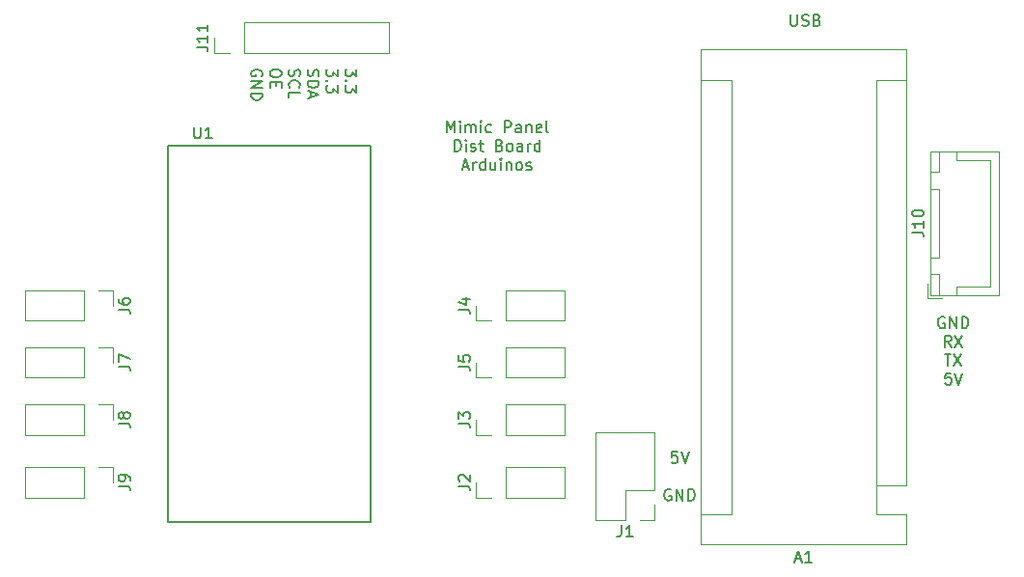
<source format=gbr>
G04 #@! TF.GenerationSoftware,KiCad,Pcbnew,5.1.10-88a1d61d58~90~ubuntu21.04.1*
G04 #@! TF.CreationDate,2021-10-08T15:30:08+02:00*
G04 #@! TF.ProjectId,BoardArduinos,426f6172-6441-4726-9475-696e6f732e6b,rev?*
G04 #@! TF.SameCoordinates,Original*
G04 #@! TF.FileFunction,Legend,Top*
G04 #@! TF.FilePolarity,Positive*
%FSLAX46Y46*%
G04 Gerber Fmt 4.6, Leading zero omitted, Abs format (unit mm)*
G04 Created by KiCad (PCBNEW 5.1.10-88a1d61d58~90~ubuntu21.04.1) date 2021-10-08 15:30:08*
%MOMM*%
%LPD*%
G01*
G04 APERTURE LIST*
%ADD10C,0.150000*%
%ADD11C,0.120000*%
%ADD12C,0.127000*%
%ADD13O,1.950000X1.700000*%
%ADD14C,1.879600*%
%ADD15O,1.700000X1.700000*%
%ADD16R,1.700000X1.700000*%
%ADD17O,1.600000X1.600000*%
%ADD18R,1.600000X1.600000*%
G04 APERTURE END LIST*
D10*
X123619047Y-52802380D02*
X123619047Y-51802380D01*
X123952380Y-52516666D01*
X124285714Y-51802380D01*
X124285714Y-52802380D01*
X124761904Y-52802380D02*
X124761904Y-52135714D01*
X124761904Y-51802380D02*
X124714285Y-51850000D01*
X124761904Y-51897619D01*
X124809523Y-51850000D01*
X124761904Y-51802380D01*
X124761904Y-51897619D01*
X125238095Y-52802380D02*
X125238095Y-52135714D01*
X125238095Y-52230952D02*
X125285714Y-52183333D01*
X125380952Y-52135714D01*
X125523809Y-52135714D01*
X125619047Y-52183333D01*
X125666666Y-52278571D01*
X125666666Y-52802380D01*
X125666666Y-52278571D02*
X125714285Y-52183333D01*
X125809523Y-52135714D01*
X125952380Y-52135714D01*
X126047619Y-52183333D01*
X126095238Y-52278571D01*
X126095238Y-52802380D01*
X126571428Y-52802380D02*
X126571428Y-52135714D01*
X126571428Y-51802380D02*
X126523809Y-51850000D01*
X126571428Y-51897619D01*
X126619047Y-51850000D01*
X126571428Y-51802380D01*
X126571428Y-51897619D01*
X127476190Y-52754761D02*
X127380952Y-52802380D01*
X127190476Y-52802380D01*
X127095238Y-52754761D01*
X127047619Y-52707142D01*
X127000000Y-52611904D01*
X127000000Y-52326190D01*
X127047619Y-52230952D01*
X127095238Y-52183333D01*
X127190476Y-52135714D01*
X127380952Y-52135714D01*
X127476190Y-52183333D01*
X128666666Y-52802380D02*
X128666666Y-51802380D01*
X129047619Y-51802380D01*
X129142857Y-51850000D01*
X129190476Y-51897619D01*
X129238095Y-51992857D01*
X129238095Y-52135714D01*
X129190476Y-52230952D01*
X129142857Y-52278571D01*
X129047619Y-52326190D01*
X128666666Y-52326190D01*
X130095238Y-52802380D02*
X130095238Y-52278571D01*
X130047619Y-52183333D01*
X129952380Y-52135714D01*
X129761904Y-52135714D01*
X129666666Y-52183333D01*
X130095238Y-52754761D02*
X130000000Y-52802380D01*
X129761904Y-52802380D01*
X129666666Y-52754761D01*
X129619047Y-52659523D01*
X129619047Y-52564285D01*
X129666666Y-52469047D01*
X129761904Y-52421428D01*
X130000000Y-52421428D01*
X130095238Y-52373809D01*
X130571428Y-52135714D02*
X130571428Y-52802380D01*
X130571428Y-52230952D02*
X130619047Y-52183333D01*
X130714285Y-52135714D01*
X130857142Y-52135714D01*
X130952380Y-52183333D01*
X131000000Y-52278571D01*
X131000000Y-52802380D01*
X131857142Y-52754761D02*
X131761904Y-52802380D01*
X131571428Y-52802380D01*
X131476190Y-52754761D01*
X131428571Y-52659523D01*
X131428571Y-52278571D01*
X131476190Y-52183333D01*
X131571428Y-52135714D01*
X131761904Y-52135714D01*
X131857142Y-52183333D01*
X131904761Y-52278571D01*
X131904761Y-52373809D01*
X131428571Y-52469047D01*
X132476190Y-52802380D02*
X132380952Y-52754761D01*
X132333333Y-52659523D01*
X132333333Y-51802380D01*
X124261904Y-54452380D02*
X124261904Y-53452380D01*
X124500000Y-53452380D01*
X124642857Y-53500000D01*
X124738095Y-53595238D01*
X124785714Y-53690476D01*
X124833333Y-53880952D01*
X124833333Y-54023809D01*
X124785714Y-54214285D01*
X124738095Y-54309523D01*
X124642857Y-54404761D01*
X124500000Y-54452380D01*
X124261904Y-54452380D01*
X125261904Y-54452380D02*
X125261904Y-53785714D01*
X125261904Y-53452380D02*
X125214285Y-53500000D01*
X125261904Y-53547619D01*
X125309523Y-53500000D01*
X125261904Y-53452380D01*
X125261904Y-53547619D01*
X125690476Y-54404761D02*
X125785714Y-54452380D01*
X125976190Y-54452380D01*
X126071428Y-54404761D01*
X126119047Y-54309523D01*
X126119047Y-54261904D01*
X126071428Y-54166666D01*
X125976190Y-54119047D01*
X125833333Y-54119047D01*
X125738095Y-54071428D01*
X125690476Y-53976190D01*
X125690476Y-53928571D01*
X125738095Y-53833333D01*
X125833333Y-53785714D01*
X125976190Y-53785714D01*
X126071428Y-53833333D01*
X126404761Y-53785714D02*
X126785714Y-53785714D01*
X126547619Y-53452380D02*
X126547619Y-54309523D01*
X126595238Y-54404761D01*
X126690476Y-54452380D01*
X126785714Y-54452380D01*
X128214285Y-53928571D02*
X128357142Y-53976190D01*
X128404761Y-54023809D01*
X128452380Y-54119047D01*
X128452380Y-54261904D01*
X128404761Y-54357142D01*
X128357142Y-54404761D01*
X128261904Y-54452380D01*
X127880952Y-54452380D01*
X127880952Y-53452380D01*
X128214285Y-53452380D01*
X128309523Y-53500000D01*
X128357142Y-53547619D01*
X128404761Y-53642857D01*
X128404761Y-53738095D01*
X128357142Y-53833333D01*
X128309523Y-53880952D01*
X128214285Y-53928571D01*
X127880952Y-53928571D01*
X129023809Y-54452380D02*
X128928571Y-54404761D01*
X128880952Y-54357142D01*
X128833333Y-54261904D01*
X128833333Y-53976190D01*
X128880952Y-53880952D01*
X128928571Y-53833333D01*
X129023809Y-53785714D01*
X129166666Y-53785714D01*
X129261904Y-53833333D01*
X129309523Y-53880952D01*
X129357142Y-53976190D01*
X129357142Y-54261904D01*
X129309523Y-54357142D01*
X129261904Y-54404761D01*
X129166666Y-54452380D01*
X129023809Y-54452380D01*
X130214285Y-54452380D02*
X130214285Y-53928571D01*
X130166666Y-53833333D01*
X130071428Y-53785714D01*
X129880952Y-53785714D01*
X129785714Y-53833333D01*
X130214285Y-54404761D02*
X130119047Y-54452380D01*
X129880952Y-54452380D01*
X129785714Y-54404761D01*
X129738095Y-54309523D01*
X129738095Y-54214285D01*
X129785714Y-54119047D01*
X129880952Y-54071428D01*
X130119047Y-54071428D01*
X130214285Y-54023809D01*
X130690476Y-54452380D02*
X130690476Y-53785714D01*
X130690476Y-53976190D02*
X130738095Y-53880952D01*
X130785714Y-53833333D01*
X130880952Y-53785714D01*
X130976190Y-53785714D01*
X131738095Y-54452380D02*
X131738095Y-53452380D01*
X131738095Y-54404761D02*
X131642857Y-54452380D01*
X131452380Y-54452380D01*
X131357142Y-54404761D01*
X131309523Y-54357142D01*
X131261904Y-54261904D01*
X131261904Y-53976190D01*
X131309523Y-53880952D01*
X131357142Y-53833333D01*
X131452380Y-53785714D01*
X131642857Y-53785714D01*
X131738095Y-53833333D01*
X125000000Y-55816666D02*
X125476190Y-55816666D01*
X124904761Y-56102380D02*
X125238095Y-55102380D01*
X125571428Y-56102380D01*
X125904761Y-56102380D02*
X125904761Y-55435714D01*
X125904761Y-55626190D02*
X125952380Y-55530952D01*
X126000000Y-55483333D01*
X126095238Y-55435714D01*
X126190476Y-55435714D01*
X126952380Y-56102380D02*
X126952380Y-55102380D01*
X126952380Y-56054761D02*
X126857142Y-56102380D01*
X126666666Y-56102380D01*
X126571428Y-56054761D01*
X126523809Y-56007142D01*
X126476190Y-55911904D01*
X126476190Y-55626190D01*
X126523809Y-55530952D01*
X126571428Y-55483333D01*
X126666666Y-55435714D01*
X126857142Y-55435714D01*
X126952380Y-55483333D01*
X127857142Y-55435714D02*
X127857142Y-56102380D01*
X127428571Y-55435714D02*
X127428571Y-55959523D01*
X127476190Y-56054761D01*
X127571428Y-56102380D01*
X127714285Y-56102380D01*
X127809523Y-56054761D01*
X127857142Y-56007142D01*
X128333333Y-56102380D02*
X128333333Y-55435714D01*
X128333333Y-55102380D02*
X128285714Y-55150000D01*
X128333333Y-55197619D01*
X128380952Y-55150000D01*
X128333333Y-55102380D01*
X128333333Y-55197619D01*
X128809523Y-55435714D02*
X128809523Y-56102380D01*
X128809523Y-55530952D02*
X128857142Y-55483333D01*
X128952380Y-55435714D01*
X129095238Y-55435714D01*
X129190476Y-55483333D01*
X129238095Y-55578571D01*
X129238095Y-56102380D01*
X129857142Y-56102380D02*
X129761904Y-56054761D01*
X129714285Y-56007142D01*
X129666666Y-55911904D01*
X129666666Y-55626190D01*
X129714285Y-55530952D01*
X129761904Y-55483333D01*
X129857142Y-55435714D01*
X130000000Y-55435714D01*
X130095238Y-55483333D01*
X130142857Y-55530952D01*
X130190476Y-55626190D01*
X130190476Y-55911904D01*
X130142857Y-56007142D01*
X130095238Y-56054761D01*
X130000000Y-56102380D01*
X129857142Y-56102380D01*
X130571428Y-56054761D02*
X130666666Y-56102380D01*
X130857142Y-56102380D01*
X130952380Y-56054761D01*
X131000000Y-55959523D01*
X131000000Y-55911904D01*
X130952380Y-55816666D01*
X130857142Y-55769047D01*
X130714285Y-55769047D01*
X130619047Y-55721428D01*
X130571428Y-55626190D01*
X130571428Y-55578571D01*
X130619047Y-55483333D01*
X130714285Y-55435714D01*
X130857142Y-55435714D01*
X130952380Y-55483333D01*
X115672619Y-47240357D02*
X115672619Y-47859404D01*
X115291666Y-47526071D01*
X115291666Y-47668928D01*
X115244047Y-47764166D01*
X115196428Y-47811785D01*
X115101190Y-47859404D01*
X114863095Y-47859404D01*
X114767857Y-47811785D01*
X114720238Y-47764166D01*
X114672619Y-47668928D01*
X114672619Y-47383214D01*
X114720238Y-47287976D01*
X114767857Y-47240357D01*
X114767857Y-48287976D02*
X114720238Y-48335595D01*
X114672619Y-48287976D01*
X114720238Y-48240357D01*
X114767857Y-48287976D01*
X114672619Y-48287976D01*
X115672619Y-48668928D02*
X115672619Y-49287976D01*
X115291666Y-48954642D01*
X115291666Y-49097500D01*
X115244047Y-49192738D01*
X115196428Y-49240357D01*
X115101190Y-49287976D01*
X114863095Y-49287976D01*
X114767857Y-49240357D01*
X114720238Y-49192738D01*
X114672619Y-49097500D01*
X114672619Y-48811785D01*
X114720238Y-48716547D01*
X114767857Y-48668928D01*
X114022619Y-47240357D02*
X114022619Y-47859404D01*
X113641666Y-47526071D01*
X113641666Y-47668928D01*
X113594047Y-47764166D01*
X113546428Y-47811785D01*
X113451190Y-47859404D01*
X113213095Y-47859404D01*
X113117857Y-47811785D01*
X113070238Y-47764166D01*
X113022619Y-47668928D01*
X113022619Y-47383214D01*
X113070238Y-47287976D01*
X113117857Y-47240357D01*
X113117857Y-48287976D02*
X113070238Y-48335595D01*
X113022619Y-48287976D01*
X113070238Y-48240357D01*
X113117857Y-48287976D01*
X113022619Y-48287976D01*
X114022619Y-48668928D02*
X114022619Y-49287976D01*
X113641666Y-48954642D01*
X113641666Y-49097500D01*
X113594047Y-49192738D01*
X113546428Y-49240357D01*
X113451190Y-49287976D01*
X113213095Y-49287976D01*
X113117857Y-49240357D01*
X113070238Y-49192738D01*
X113022619Y-49097500D01*
X113022619Y-48811785D01*
X113070238Y-48716547D01*
X113117857Y-48668928D01*
X111420238Y-47287976D02*
X111372619Y-47430833D01*
X111372619Y-47668928D01*
X111420238Y-47764166D01*
X111467857Y-47811785D01*
X111563095Y-47859404D01*
X111658333Y-47859404D01*
X111753571Y-47811785D01*
X111801190Y-47764166D01*
X111848809Y-47668928D01*
X111896428Y-47478452D01*
X111944047Y-47383214D01*
X111991666Y-47335595D01*
X112086904Y-47287976D01*
X112182142Y-47287976D01*
X112277380Y-47335595D01*
X112325000Y-47383214D01*
X112372619Y-47478452D01*
X112372619Y-47716547D01*
X112325000Y-47859404D01*
X111372619Y-48287976D02*
X112372619Y-48287976D01*
X112372619Y-48526071D01*
X112325000Y-48668928D01*
X112229761Y-48764166D01*
X112134523Y-48811785D01*
X111944047Y-48859404D01*
X111801190Y-48859404D01*
X111610714Y-48811785D01*
X111515476Y-48764166D01*
X111420238Y-48668928D01*
X111372619Y-48526071D01*
X111372619Y-48287976D01*
X111658333Y-49240357D02*
X111658333Y-49716547D01*
X111372619Y-49145119D02*
X112372619Y-49478452D01*
X111372619Y-49811785D01*
X109770238Y-47287976D02*
X109722619Y-47430833D01*
X109722619Y-47668928D01*
X109770238Y-47764166D01*
X109817857Y-47811785D01*
X109913095Y-47859404D01*
X110008333Y-47859404D01*
X110103571Y-47811785D01*
X110151190Y-47764166D01*
X110198809Y-47668928D01*
X110246428Y-47478452D01*
X110294047Y-47383214D01*
X110341666Y-47335595D01*
X110436904Y-47287976D01*
X110532142Y-47287976D01*
X110627380Y-47335595D01*
X110675000Y-47383214D01*
X110722619Y-47478452D01*
X110722619Y-47716547D01*
X110675000Y-47859404D01*
X109817857Y-48859404D02*
X109770238Y-48811785D01*
X109722619Y-48668928D01*
X109722619Y-48573690D01*
X109770238Y-48430833D01*
X109865476Y-48335595D01*
X109960714Y-48287976D01*
X110151190Y-48240357D01*
X110294047Y-48240357D01*
X110484523Y-48287976D01*
X110579761Y-48335595D01*
X110675000Y-48430833D01*
X110722619Y-48573690D01*
X110722619Y-48668928D01*
X110675000Y-48811785D01*
X110627380Y-48859404D01*
X109722619Y-49764166D02*
X109722619Y-49287976D01*
X110722619Y-49287976D01*
X109072619Y-47526071D02*
X109072619Y-47716547D01*
X109025000Y-47811785D01*
X108929761Y-47907023D01*
X108739285Y-47954642D01*
X108405952Y-47954642D01*
X108215476Y-47907023D01*
X108120238Y-47811785D01*
X108072619Y-47716547D01*
X108072619Y-47526071D01*
X108120238Y-47430833D01*
X108215476Y-47335595D01*
X108405952Y-47287976D01*
X108739285Y-47287976D01*
X108929761Y-47335595D01*
X109025000Y-47430833D01*
X109072619Y-47526071D01*
X108596428Y-48383214D02*
X108596428Y-48716547D01*
X108072619Y-48859404D02*
X108072619Y-48383214D01*
X109072619Y-48383214D01*
X109072619Y-48859404D01*
X107375000Y-47859404D02*
X107422619Y-47764166D01*
X107422619Y-47621309D01*
X107375000Y-47478452D01*
X107279761Y-47383214D01*
X107184523Y-47335595D01*
X106994047Y-47287976D01*
X106851190Y-47287976D01*
X106660714Y-47335595D01*
X106565476Y-47383214D01*
X106470238Y-47478452D01*
X106422619Y-47621309D01*
X106422619Y-47716547D01*
X106470238Y-47859404D01*
X106517857Y-47907023D01*
X106851190Y-47907023D01*
X106851190Y-47716547D01*
X106422619Y-48335595D02*
X107422619Y-48335595D01*
X106422619Y-48907023D01*
X107422619Y-48907023D01*
X106422619Y-49383214D02*
X107422619Y-49383214D01*
X107422619Y-49621309D01*
X107375000Y-49764166D01*
X107279761Y-49859404D01*
X107184523Y-49907023D01*
X106994047Y-49954642D01*
X106851190Y-49954642D01*
X106660714Y-49907023D01*
X106565476Y-49859404D01*
X106470238Y-49764166D01*
X106422619Y-49621309D01*
X106422619Y-49383214D01*
X143809523Y-80802380D02*
X143333333Y-80802380D01*
X143285714Y-81278571D01*
X143333333Y-81230952D01*
X143428571Y-81183333D01*
X143666666Y-81183333D01*
X143761904Y-81230952D01*
X143809523Y-81278571D01*
X143857142Y-81373809D01*
X143857142Y-81611904D01*
X143809523Y-81707142D01*
X143761904Y-81754761D01*
X143666666Y-81802380D01*
X143428571Y-81802380D01*
X143333333Y-81754761D01*
X143285714Y-81707142D01*
X144142857Y-80802380D02*
X144476190Y-81802380D01*
X144809523Y-80802380D01*
X143238095Y-84150000D02*
X143142857Y-84102380D01*
X143000000Y-84102380D01*
X142857142Y-84150000D01*
X142761904Y-84245238D01*
X142714285Y-84340476D01*
X142666666Y-84530952D01*
X142666666Y-84673809D01*
X142714285Y-84864285D01*
X142761904Y-84959523D01*
X142857142Y-85054761D01*
X143000000Y-85102380D01*
X143095238Y-85102380D01*
X143238095Y-85054761D01*
X143285714Y-85007142D01*
X143285714Y-84673809D01*
X143095238Y-84673809D01*
X143714285Y-85102380D02*
X143714285Y-84102380D01*
X144285714Y-85102380D01*
X144285714Y-84102380D01*
X144761904Y-85102380D02*
X144761904Y-84102380D01*
X145000000Y-84102380D01*
X145142857Y-84150000D01*
X145238095Y-84245238D01*
X145285714Y-84340476D01*
X145333333Y-84530952D01*
X145333333Y-84673809D01*
X145285714Y-84864285D01*
X145238095Y-84959523D01*
X145142857Y-85054761D01*
X145000000Y-85102380D01*
X144761904Y-85102380D01*
X153738095Y-42452380D02*
X153738095Y-43261904D01*
X153785714Y-43357142D01*
X153833333Y-43404761D01*
X153928571Y-43452380D01*
X154119047Y-43452380D01*
X154214285Y-43404761D01*
X154261904Y-43357142D01*
X154309523Y-43261904D01*
X154309523Y-42452380D01*
X154738095Y-43404761D02*
X154880952Y-43452380D01*
X155119047Y-43452380D01*
X155214285Y-43404761D01*
X155261904Y-43357142D01*
X155309523Y-43261904D01*
X155309523Y-43166666D01*
X155261904Y-43071428D01*
X155214285Y-43023809D01*
X155119047Y-42976190D01*
X154928571Y-42928571D01*
X154833333Y-42880952D01*
X154785714Y-42833333D01*
X154738095Y-42738095D01*
X154738095Y-42642857D01*
X154785714Y-42547619D01*
X154833333Y-42500000D01*
X154928571Y-42452380D01*
X155166666Y-42452380D01*
X155309523Y-42500000D01*
X156071428Y-42928571D02*
X156214285Y-42976190D01*
X156261904Y-43023809D01*
X156309523Y-43119047D01*
X156309523Y-43261904D01*
X156261904Y-43357142D01*
X156214285Y-43404761D01*
X156119047Y-43452380D01*
X155738095Y-43452380D01*
X155738095Y-42452380D01*
X156071428Y-42452380D01*
X156166666Y-42500000D01*
X156214285Y-42547619D01*
X156261904Y-42642857D01*
X156261904Y-42738095D01*
X156214285Y-42833333D01*
X156166666Y-42880952D01*
X156071428Y-42928571D01*
X155738095Y-42928571D01*
X167238095Y-69025000D02*
X167142857Y-68977380D01*
X167000000Y-68977380D01*
X166857142Y-69025000D01*
X166761904Y-69120238D01*
X166714285Y-69215476D01*
X166666666Y-69405952D01*
X166666666Y-69548809D01*
X166714285Y-69739285D01*
X166761904Y-69834523D01*
X166857142Y-69929761D01*
X167000000Y-69977380D01*
X167095238Y-69977380D01*
X167238095Y-69929761D01*
X167285714Y-69882142D01*
X167285714Y-69548809D01*
X167095238Y-69548809D01*
X167714285Y-69977380D02*
X167714285Y-68977380D01*
X168285714Y-69977380D01*
X168285714Y-68977380D01*
X168761904Y-69977380D02*
X168761904Y-68977380D01*
X169000000Y-68977380D01*
X169142857Y-69025000D01*
X169238095Y-69120238D01*
X169285714Y-69215476D01*
X169333333Y-69405952D01*
X169333333Y-69548809D01*
X169285714Y-69739285D01*
X169238095Y-69834523D01*
X169142857Y-69929761D01*
X169000000Y-69977380D01*
X168761904Y-69977380D01*
X167833333Y-71627380D02*
X167500000Y-71151190D01*
X167261904Y-71627380D02*
X167261904Y-70627380D01*
X167642857Y-70627380D01*
X167738095Y-70675000D01*
X167785714Y-70722619D01*
X167833333Y-70817857D01*
X167833333Y-70960714D01*
X167785714Y-71055952D01*
X167738095Y-71103571D01*
X167642857Y-71151190D01*
X167261904Y-71151190D01*
X168166666Y-70627380D02*
X168833333Y-71627380D01*
X168833333Y-70627380D02*
X168166666Y-71627380D01*
X167238095Y-72277380D02*
X167809523Y-72277380D01*
X167523809Y-73277380D02*
X167523809Y-72277380D01*
X168047619Y-72277380D02*
X168714285Y-73277380D01*
X168714285Y-72277380D02*
X168047619Y-73277380D01*
X167809523Y-73927380D02*
X167333333Y-73927380D01*
X167285714Y-74403571D01*
X167333333Y-74355952D01*
X167428571Y-74308333D01*
X167666666Y-74308333D01*
X167761904Y-74355952D01*
X167809523Y-74403571D01*
X167857142Y-74498809D01*
X167857142Y-74736904D01*
X167809523Y-74832142D01*
X167761904Y-74879761D01*
X167666666Y-74927380D01*
X167428571Y-74927380D01*
X167333333Y-74879761D01*
X167285714Y-74832142D01*
X168142857Y-73927380D02*
X168476190Y-74927380D01*
X168809523Y-73927380D01*
D11*
X165750000Y-67350000D02*
X167000000Y-67350000D01*
X165750000Y-66100000D02*
X165750000Y-67350000D01*
X171250000Y-55200000D02*
X171250000Y-60750000D01*
X168300000Y-55200000D02*
X171250000Y-55200000D01*
X168300000Y-54450000D02*
X168300000Y-55200000D01*
X171250000Y-66300000D02*
X171250000Y-60750000D01*
X168300000Y-66300000D02*
X171250000Y-66300000D01*
X168300000Y-67050000D02*
X168300000Y-66300000D01*
X166050000Y-54450000D02*
X166050000Y-56250000D01*
X166800000Y-54450000D02*
X166050000Y-54450000D01*
X166800000Y-56250000D02*
X166800000Y-54450000D01*
X166050000Y-56250000D02*
X166800000Y-56250000D01*
X166050000Y-65250000D02*
X166050000Y-67050000D01*
X166800000Y-65250000D02*
X166050000Y-65250000D01*
X166800000Y-67050000D02*
X166800000Y-65250000D01*
X166050000Y-67050000D02*
X166800000Y-67050000D01*
X166050000Y-57750000D02*
X166050000Y-63750000D01*
X166800000Y-57750000D02*
X166050000Y-57750000D01*
X166800000Y-63750000D02*
X166800000Y-57750000D01*
X166050000Y-63750000D02*
X166800000Y-63750000D01*
X166040000Y-54440000D02*
X166040000Y-67060000D01*
X172010000Y-54440000D02*
X166040000Y-54440000D01*
X172010000Y-67060000D02*
X172010000Y-54440000D01*
X166040000Y-67060000D02*
X172010000Y-67060000D01*
D12*
X99110000Y-53990000D02*
X99110000Y-87010000D01*
X99110000Y-87010000D02*
X116890000Y-87010000D01*
X116890000Y-87010000D02*
X116890000Y-53990000D01*
X116890000Y-53990000D02*
X99110000Y-53990000D01*
D11*
X118530000Y-45830000D02*
X118530000Y-43170000D01*
X105770000Y-45830000D02*
X118530000Y-45830000D01*
X105770000Y-43170000D02*
X118530000Y-43170000D01*
X105770000Y-45830000D02*
X105770000Y-43170000D01*
X104500000Y-45830000D02*
X103170000Y-45830000D01*
X103170000Y-45830000D02*
X103170000Y-44500000D01*
X86590000Y-82170000D02*
X86590000Y-84830000D01*
X91730000Y-82170000D02*
X86590000Y-82170000D01*
X91730000Y-84830000D02*
X86590000Y-84830000D01*
X91730000Y-82170000D02*
X91730000Y-84830000D01*
X93000000Y-82170000D02*
X94330000Y-82170000D01*
X94330000Y-82170000D02*
X94330000Y-83500000D01*
X86590000Y-76670000D02*
X86590000Y-79330000D01*
X91730000Y-76670000D02*
X86590000Y-76670000D01*
X91730000Y-79330000D02*
X86590000Y-79330000D01*
X91730000Y-76670000D02*
X91730000Y-79330000D01*
X93000000Y-76670000D02*
X94330000Y-76670000D01*
X94330000Y-76670000D02*
X94330000Y-78000000D01*
X86590000Y-71670000D02*
X86590000Y-74330000D01*
X91730000Y-71670000D02*
X86590000Y-71670000D01*
X91730000Y-74330000D02*
X86590000Y-74330000D01*
X91730000Y-71670000D02*
X91730000Y-74330000D01*
X93000000Y-71670000D02*
X94330000Y-71670000D01*
X94330000Y-71670000D02*
X94330000Y-73000000D01*
X86590000Y-66670000D02*
X86590000Y-69330000D01*
X91730000Y-66670000D02*
X86590000Y-66670000D01*
X91730000Y-69330000D02*
X86590000Y-69330000D01*
X91730000Y-66670000D02*
X91730000Y-69330000D01*
X93000000Y-66670000D02*
X94330000Y-66670000D01*
X94330000Y-66670000D02*
X94330000Y-68000000D01*
X133910000Y-74330000D02*
X133910000Y-71670000D01*
X128770000Y-74330000D02*
X133910000Y-74330000D01*
X128770000Y-71670000D02*
X133910000Y-71670000D01*
X128770000Y-74330000D02*
X128770000Y-71670000D01*
X127500000Y-74330000D02*
X126170000Y-74330000D01*
X126170000Y-74330000D02*
X126170000Y-73000000D01*
X133910000Y-69330000D02*
X133910000Y-66670000D01*
X128770000Y-69330000D02*
X133910000Y-69330000D01*
X128770000Y-66670000D02*
X133910000Y-66670000D01*
X128770000Y-69330000D02*
X128770000Y-66670000D01*
X127500000Y-69330000D02*
X126170000Y-69330000D01*
X126170000Y-69330000D02*
X126170000Y-68000000D01*
X133910000Y-79330000D02*
X133910000Y-76670000D01*
X128770000Y-79330000D02*
X133910000Y-79330000D01*
X128770000Y-76670000D02*
X133910000Y-76670000D01*
X128770000Y-79330000D02*
X128770000Y-76670000D01*
X127500000Y-79330000D02*
X126170000Y-79330000D01*
X126170000Y-79330000D02*
X126170000Y-78000000D01*
X133910000Y-84830000D02*
X133910000Y-82170000D01*
X128770000Y-84830000D02*
X133910000Y-84830000D01*
X128770000Y-82170000D02*
X133910000Y-82170000D01*
X128770000Y-84830000D02*
X128770000Y-82170000D01*
X127500000Y-84830000D02*
X126170000Y-84830000D01*
X126170000Y-84830000D02*
X126170000Y-83500000D01*
X141830000Y-79090000D02*
X136630000Y-79090000D01*
X141830000Y-84230000D02*
X141830000Y-79090000D01*
X136630000Y-86830000D02*
X136630000Y-79090000D01*
X141830000Y-84230000D02*
X139230000Y-84230000D01*
X139230000Y-84230000D02*
X139230000Y-86830000D01*
X139230000Y-86830000D02*
X136630000Y-86830000D01*
X141830000Y-85500000D02*
X141830000Y-86830000D01*
X141830000Y-86830000D02*
X140500000Y-86830000D01*
X161230000Y-83730000D02*
X161230000Y-86270000D01*
X161230000Y-86270000D02*
X163900000Y-86270000D01*
X163900000Y-83730000D02*
X163900000Y-45500000D01*
X163900000Y-88940000D02*
X163900000Y-86270000D01*
X148530000Y-86270000D02*
X145860000Y-86270000D01*
X148530000Y-86270000D02*
X148530000Y-48170000D01*
X148530000Y-48170000D02*
X145860000Y-48170000D01*
X161230000Y-83730000D02*
X163900000Y-83730000D01*
X161230000Y-83730000D02*
X161230000Y-48170000D01*
X161230000Y-48170000D02*
X163900000Y-48170000D01*
X163900000Y-45500000D02*
X145860000Y-45500000D01*
X145860000Y-45500000D02*
X145860000Y-88940000D01*
X145860000Y-88940000D02*
X163900000Y-88940000D01*
D10*
X164402380Y-61559523D02*
X165116666Y-61559523D01*
X165259523Y-61607142D01*
X165354761Y-61702380D01*
X165402380Y-61845238D01*
X165402380Y-61940476D01*
X165402380Y-60559523D02*
X165402380Y-61130952D01*
X165402380Y-60845238D02*
X164402380Y-60845238D01*
X164545238Y-60940476D01*
X164640476Y-61035714D01*
X164688095Y-61130952D01*
X164402380Y-59940476D02*
X164402380Y-59845238D01*
X164450000Y-59750000D01*
X164497619Y-59702380D01*
X164592857Y-59654761D01*
X164783333Y-59607142D01*
X165021428Y-59607142D01*
X165211904Y-59654761D01*
X165307142Y-59702380D01*
X165354761Y-59750000D01*
X165402380Y-59845238D01*
X165402380Y-59940476D01*
X165354761Y-60035714D01*
X165307142Y-60083333D01*
X165211904Y-60130952D01*
X165021428Y-60178571D01*
X164783333Y-60178571D01*
X164592857Y-60130952D01*
X164497619Y-60083333D01*
X164450000Y-60035714D01*
X164402380Y-59940476D01*
X101413095Y-52317380D02*
X101413095Y-53126904D01*
X101460714Y-53222142D01*
X101508333Y-53269761D01*
X101603571Y-53317380D01*
X101794047Y-53317380D01*
X101889285Y-53269761D01*
X101936904Y-53222142D01*
X101984523Y-53126904D01*
X101984523Y-52317380D01*
X102984523Y-53317380D02*
X102413095Y-53317380D01*
X102698809Y-53317380D02*
X102698809Y-52317380D01*
X102603571Y-52460238D01*
X102508333Y-52555476D01*
X102413095Y-52603095D01*
X101622380Y-45309523D02*
X102336666Y-45309523D01*
X102479523Y-45357142D01*
X102574761Y-45452380D01*
X102622380Y-45595238D01*
X102622380Y-45690476D01*
X102622380Y-44309523D02*
X102622380Y-44880952D01*
X102622380Y-44595238D02*
X101622380Y-44595238D01*
X101765238Y-44690476D01*
X101860476Y-44785714D01*
X101908095Y-44880952D01*
X102622380Y-43357142D02*
X102622380Y-43928571D01*
X102622380Y-43642857D02*
X101622380Y-43642857D01*
X101765238Y-43738095D01*
X101860476Y-43833333D01*
X101908095Y-43928571D01*
X94782380Y-83833333D02*
X95496666Y-83833333D01*
X95639523Y-83880952D01*
X95734761Y-83976190D01*
X95782380Y-84119047D01*
X95782380Y-84214285D01*
X95782380Y-83309523D02*
X95782380Y-83119047D01*
X95734761Y-83023809D01*
X95687142Y-82976190D01*
X95544285Y-82880952D01*
X95353809Y-82833333D01*
X94972857Y-82833333D01*
X94877619Y-82880952D01*
X94830000Y-82928571D01*
X94782380Y-83023809D01*
X94782380Y-83214285D01*
X94830000Y-83309523D01*
X94877619Y-83357142D01*
X94972857Y-83404761D01*
X95210952Y-83404761D01*
X95306190Y-83357142D01*
X95353809Y-83309523D01*
X95401428Y-83214285D01*
X95401428Y-83023809D01*
X95353809Y-82928571D01*
X95306190Y-82880952D01*
X95210952Y-82833333D01*
X94782380Y-78333333D02*
X95496666Y-78333333D01*
X95639523Y-78380952D01*
X95734761Y-78476190D01*
X95782380Y-78619047D01*
X95782380Y-78714285D01*
X95210952Y-77714285D02*
X95163333Y-77809523D01*
X95115714Y-77857142D01*
X95020476Y-77904761D01*
X94972857Y-77904761D01*
X94877619Y-77857142D01*
X94830000Y-77809523D01*
X94782380Y-77714285D01*
X94782380Y-77523809D01*
X94830000Y-77428571D01*
X94877619Y-77380952D01*
X94972857Y-77333333D01*
X95020476Y-77333333D01*
X95115714Y-77380952D01*
X95163333Y-77428571D01*
X95210952Y-77523809D01*
X95210952Y-77714285D01*
X95258571Y-77809523D01*
X95306190Y-77857142D01*
X95401428Y-77904761D01*
X95591904Y-77904761D01*
X95687142Y-77857142D01*
X95734761Y-77809523D01*
X95782380Y-77714285D01*
X95782380Y-77523809D01*
X95734761Y-77428571D01*
X95687142Y-77380952D01*
X95591904Y-77333333D01*
X95401428Y-77333333D01*
X95306190Y-77380952D01*
X95258571Y-77428571D01*
X95210952Y-77523809D01*
X94782380Y-73333333D02*
X95496666Y-73333333D01*
X95639523Y-73380952D01*
X95734761Y-73476190D01*
X95782380Y-73619047D01*
X95782380Y-73714285D01*
X94782380Y-72952380D02*
X94782380Y-72285714D01*
X95782380Y-72714285D01*
X94782380Y-68333333D02*
X95496666Y-68333333D01*
X95639523Y-68380952D01*
X95734761Y-68476190D01*
X95782380Y-68619047D01*
X95782380Y-68714285D01*
X94782380Y-67428571D02*
X94782380Y-67619047D01*
X94830000Y-67714285D01*
X94877619Y-67761904D01*
X95020476Y-67857142D01*
X95210952Y-67904761D01*
X95591904Y-67904761D01*
X95687142Y-67857142D01*
X95734761Y-67809523D01*
X95782380Y-67714285D01*
X95782380Y-67523809D01*
X95734761Y-67428571D01*
X95687142Y-67380952D01*
X95591904Y-67333333D01*
X95353809Y-67333333D01*
X95258571Y-67380952D01*
X95210952Y-67428571D01*
X95163333Y-67523809D01*
X95163333Y-67714285D01*
X95210952Y-67809523D01*
X95258571Y-67857142D01*
X95353809Y-67904761D01*
X124622380Y-73333333D02*
X125336666Y-73333333D01*
X125479523Y-73380952D01*
X125574761Y-73476190D01*
X125622380Y-73619047D01*
X125622380Y-73714285D01*
X124622380Y-72380952D02*
X124622380Y-72857142D01*
X125098571Y-72904761D01*
X125050952Y-72857142D01*
X125003333Y-72761904D01*
X125003333Y-72523809D01*
X125050952Y-72428571D01*
X125098571Y-72380952D01*
X125193809Y-72333333D01*
X125431904Y-72333333D01*
X125527142Y-72380952D01*
X125574761Y-72428571D01*
X125622380Y-72523809D01*
X125622380Y-72761904D01*
X125574761Y-72857142D01*
X125527142Y-72904761D01*
X124622380Y-68333333D02*
X125336666Y-68333333D01*
X125479523Y-68380952D01*
X125574761Y-68476190D01*
X125622380Y-68619047D01*
X125622380Y-68714285D01*
X124955714Y-67428571D02*
X125622380Y-67428571D01*
X124574761Y-67666666D02*
X125289047Y-67904761D01*
X125289047Y-67285714D01*
X124622380Y-78333333D02*
X125336666Y-78333333D01*
X125479523Y-78380952D01*
X125574761Y-78476190D01*
X125622380Y-78619047D01*
X125622380Y-78714285D01*
X124622380Y-77952380D02*
X124622380Y-77333333D01*
X125003333Y-77666666D01*
X125003333Y-77523809D01*
X125050952Y-77428571D01*
X125098571Y-77380952D01*
X125193809Y-77333333D01*
X125431904Y-77333333D01*
X125527142Y-77380952D01*
X125574761Y-77428571D01*
X125622380Y-77523809D01*
X125622380Y-77809523D01*
X125574761Y-77904761D01*
X125527142Y-77952380D01*
X124622380Y-83833333D02*
X125336666Y-83833333D01*
X125479523Y-83880952D01*
X125574761Y-83976190D01*
X125622380Y-84119047D01*
X125622380Y-84214285D01*
X124717619Y-83404761D02*
X124670000Y-83357142D01*
X124622380Y-83261904D01*
X124622380Y-83023809D01*
X124670000Y-82928571D01*
X124717619Y-82880952D01*
X124812857Y-82833333D01*
X124908095Y-82833333D01*
X125050952Y-82880952D01*
X125622380Y-83452380D01*
X125622380Y-82833333D01*
X138896666Y-87282380D02*
X138896666Y-87996666D01*
X138849047Y-88139523D01*
X138753809Y-88234761D01*
X138610952Y-88282380D01*
X138515714Y-88282380D01*
X139896666Y-88282380D02*
X139325238Y-88282380D01*
X139610952Y-88282380D02*
X139610952Y-87282380D01*
X139515714Y-87425238D01*
X139420476Y-87520476D01*
X139325238Y-87568095D01*
X154165714Y-90246666D02*
X154641904Y-90246666D01*
X154070476Y-90532380D02*
X154403809Y-89532380D01*
X154737142Y-90532380D01*
X155594285Y-90532380D02*
X155022857Y-90532380D01*
X155308571Y-90532380D02*
X155308571Y-89532380D01*
X155213333Y-89675238D01*
X155118095Y-89770476D01*
X155022857Y-89818095D01*
%LPC*%
D13*
X168500000Y-57000000D03*
X168500000Y-59500000D03*
X168500000Y-62000000D03*
G36*
G01*
X169225000Y-65350000D02*
X167775000Y-65350000D01*
G75*
G02*
X167525000Y-65100000I0J250000D01*
G01*
X167525000Y-63900000D01*
G75*
G02*
X167775000Y-63650000I250000J0D01*
G01*
X169225000Y-63650000D01*
G75*
G02*
X169475000Y-63900000I0J-250000D01*
G01*
X169475000Y-65100000D01*
G75*
G02*
X169225000Y-65350000I-250000J0D01*
G01*
G37*
D14*
X108000000Y-85740000D03*
X100380000Y-57800000D03*
X100380000Y-60340000D03*
X100380000Y-62880000D03*
X100380000Y-65420000D03*
X100380000Y-67960000D03*
X100380000Y-70500000D03*
X100380000Y-73040000D03*
X100380000Y-75580000D03*
X100380000Y-78120000D03*
X100380000Y-80660000D03*
X100380000Y-83200000D03*
X100380000Y-85740000D03*
X115620000Y-85740000D03*
X115620000Y-83200000D03*
X115620000Y-80660000D03*
X115620000Y-78120000D03*
X115620000Y-75580000D03*
X115620000Y-73040000D03*
X115620000Y-70500000D03*
X115620000Y-67960000D03*
X115620000Y-65420000D03*
X115620000Y-62880000D03*
X115620000Y-60340000D03*
X115620000Y-57800000D03*
X110540000Y-85740000D03*
X113080000Y-85740000D03*
X112699000Y-66563000D03*
X112699000Y-69103000D03*
X101650000Y-55260000D03*
X104190000Y-55260000D03*
X106730000Y-55260000D03*
X109270000Y-55260000D03*
X111810000Y-55260000D03*
X114350000Y-55260000D03*
D15*
X117200000Y-44500000D03*
X114660000Y-44500000D03*
X112120000Y-44500000D03*
X109580000Y-44500000D03*
X107040000Y-44500000D03*
D16*
X104500000Y-44500000D03*
D15*
X87920000Y-83500000D03*
X90460000Y-83500000D03*
D16*
X93000000Y-83500000D03*
D15*
X87920000Y-78000000D03*
X90460000Y-78000000D03*
D16*
X93000000Y-78000000D03*
D15*
X87920000Y-73000000D03*
X90460000Y-73000000D03*
D16*
X93000000Y-73000000D03*
D15*
X87920000Y-68000000D03*
X90460000Y-68000000D03*
D16*
X93000000Y-68000000D03*
D15*
X132580000Y-73000000D03*
X130040000Y-73000000D03*
D16*
X127500000Y-73000000D03*
D15*
X132580000Y-68000000D03*
X130040000Y-68000000D03*
D16*
X127500000Y-68000000D03*
D15*
X132580000Y-78000000D03*
X130040000Y-78000000D03*
D16*
X127500000Y-78000000D03*
D15*
X132580000Y-83500000D03*
X130040000Y-83500000D03*
D16*
X127500000Y-83500000D03*
D15*
X137960000Y-80420000D03*
X140500000Y-80420000D03*
X137960000Y-82960000D03*
X140500000Y-82960000D03*
X137960000Y-85500000D03*
D16*
X140500000Y-85500000D03*
D17*
X147260000Y-49440000D03*
X162500000Y-49440000D03*
X147260000Y-85000000D03*
X162500000Y-51980000D03*
X147260000Y-82460000D03*
X162500000Y-54520000D03*
X147260000Y-79920000D03*
X162500000Y-57060000D03*
X147260000Y-77380000D03*
X162500000Y-59600000D03*
X147260000Y-74840000D03*
X162500000Y-62140000D03*
X147260000Y-72300000D03*
X162500000Y-64680000D03*
X147260000Y-69760000D03*
X162500000Y-67220000D03*
X147260000Y-67220000D03*
X162500000Y-69760000D03*
X147260000Y-64680000D03*
X162500000Y-72300000D03*
X147260000Y-62140000D03*
X162500000Y-74840000D03*
X147260000Y-59600000D03*
X162500000Y-77380000D03*
X147260000Y-57060000D03*
X162500000Y-79920000D03*
X147260000Y-54520000D03*
X162500000Y-82460000D03*
X147260000Y-51980000D03*
D18*
X162500000Y-85000000D03*
M02*

</source>
